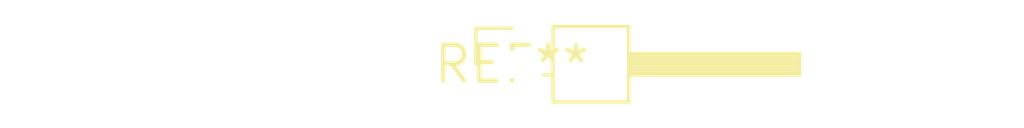
<source format=kicad_pcb>
(kicad_pcb (version 20240108) (generator pcbnew)
  (layers (0 "F.Cu" signal) (31 "B.Cu" signal) (34 "B.Paste" user) (35 "F.Paste" user) (36 "B.SilkS" user "B.Silkscreen") (37 "F.SilkS" user "F.Silkscreen") (38 "B.Mask" user) (39 "F.Mask" user) (44 "Edge.Cuts" user))
  (net 0 "")
  (footprint "PinHeader_1x01_P2.54mm_Horizontal" (layer "F.Cu") (at 0 0)
    (property "Reference" "REF**")
    (property "Value" "PinHeader_1x01_P2.54mm_Horizontal")
    (fp_line (start -1.27 -1.27) (end 0 -1.27) (layer "F.SilkS") (stroke (width 0.12)))
    (fp_line (start -1.27 0) (end -1.27 -1.27) (layer "F.SilkS") (stroke (width 0.12)))
    (fp_line (start 1.11 -0.38) (end 1.44 -0.38) (layer "F.SilkS") (stroke (width 0.12)))
    (fp_line (start 1.11 0.38) (end 1.44 0.38) (layer "F.SilkS") (stroke (width 0.12)))
    (fp_line (start 1.44 -1.33) (end 1.44 1.33) (layer "F.SilkS") (stroke (width 0.12)))
    (fp_line (start 1.44 1.33) (end 4.1 1.33) (layer "F.SilkS") (stroke (width 0.12)))
    (fp_line (start 4.1 -1.33) (end 1.44 -1.33) (layer "F.SilkS") (stroke (width 0.12)))
    (fp_line (start 4.1 -0.38) (end 10.1 -0.38) (layer "F.SilkS") (stroke (width 0.12)))
    (fp_line (start 4.1 -0.32) (end 10.1 -0.32) (layer "F.SilkS") (stroke (width 0.12)))
    (fp_line (start 4.1 -0.2) (end 10.1 -0.2) (layer "F.SilkS") (stroke (width 0.12)))
    (fp_line (start 4.1 -0.08) (end 10.1 -0.08) (layer "F.SilkS") (stroke (width 0.12)))
    (fp_line (start 4.1 0.04) (end 10.1 0.04) (layer "F.SilkS") (stroke (width 0.12)))
    (fp_line (start 4.1 0.16) (end 10.1 0.16) (layer "F.SilkS") (stroke (width 0.12)))
    (fp_line (start 4.1 0.28) (end 10.1 0.28) (layer "F.SilkS") (stroke (width 0.12)))
    (fp_line (start 4.1 1.33) (end 4.1 -1.33) (layer "F.SilkS") (stroke (width 0.12)))
    (fp_line (start 10.1 -0.38) (end 10.1 0.38) (layer "F.SilkS") (stroke (width 0.12)))
    (fp_line (start 10.1 0.38) (end 4.1 0.38) (layer "F.SilkS") (stroke (width 0.12)))
    (pad "1" thru_hole rect (at 0 0) (size 1.7 1.7) (drill 1) (layers *.Cu *.Mask) (remove_unused_layers))
  )
)
</source>
